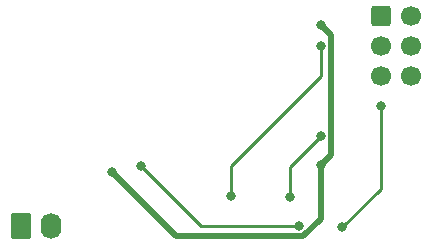
<source format=gbl>
G04 #@! TF.GenerationSoftware,KiCad,Pcbnew,7.0.10*
G04 #@! TF.CreationDate,2024-03-19T20:06:51-05:00*
G04 #@! TF.ProjectId,keychain,6b657963-6861-4696-9e2e-6b696361645f,rev?*
G04 #@! TF.SameCoordinates,Original*
G04 #@! TF.FileFunction,Copper,L2,Bot*
G04 #@! TF.FilePolarity,Positive*
%FSLAX46Y46*%
G04 Gerber Fmt 4.6, Leading zero omitted, Abs format (unit mm)*
G04 Created by KiCad (PCBNEW 7.0.10) date 2024-03-19 20:06:51*
%MOMM*%
%LPD*%
G01*
G04 APERTURE LIST*
G04 Aperture macros list*
%AMRoundRect*
0 Rectangle with rounded corners*
0 $1 Rounding radius*
0 $2 $3 $4 $5 $6 $7 $8 $9 X,Y pos of 4 corners*
0 Add a 4 corners polygon primitive as box body*
4,1,4,$2,$3,$4,$5,$6,$7,$8,$9,$2,$3,0*
0 Add four circle primitives for the rounded corners*
1,1,$1+$1,$2,$3*
1,1,$1+$1,$4,$5*
1,1,$1+$1,$6,$7*
1,1,$1+$1,$8,$9*
0 Add four rect primitives between the rounded corners*
20,1,$1+$1,$2,$3,$4,$5,0*
20,1,$1+$1,$4,$5,$6,$7,0*
20,1,$1+$1,$6,$7,$8,$9,0*
20,1,$1+$1,$8,$9,$2,$3,0*%
G04 Aperture macros list end*
G04 #@! TA.AperFunction,ComponentPad*
%ADD10RoundRect,0.250000X-0.620000X-0.845000X0.620000X-0.845000X0.620000X0.845000X-0.620000X0.845000X0*%
G04 #@! TD*
G04 #@! TA.AperFunction,ComponentPad*
%ADD11O,1.740000X2.190000*%
G04 #@! TD*
G04 #@! TA.AperFunction,ComponentPad*
%ADD12RoundRect,0.250000X-0.600000X-0.600000X0.600000X-0.600000X0.600000X0.600000X-0.600000X0.600000X0*%
G04 #@! TD*
G04 #@! TA.AperFunction,ComponentPad*
%ADD13C,1.700000*%
G04 #@! TD*
G04 #@! TA.AperFunction,ViaPad*
%ADD14C,0.800000*%
G04 #@! TD*
G04 #@! TA.AperFunction,Conductor*
%ADD15C,0.508000*%
G04 #@! TD*
G04 #@! TA.AperFunction,Conductor*
%ADD16C,0.254000*%
G04 #@! TD*
G04 APERTURE END LIST*
D10*
X114300000Y-76200000D03*
D11*
X116840000Y-76200000D03*
D12*
X144780000Y-58420000D03*
D13*
X147320000Y-58420000D03*
X144780000Y-60960000D03*
X147320000Y-60960000D03*
X144780000Y-63500000D03*
X147320000Y-63500000D03*
D14*
X139700000Y-71036000D03*
X122020000Y-71640000D03*
X139700000Y-71036000D03*
X139700000Y-59180000D03*
X141513000Y-76295199D03*
X144780000Y-66040000D03*
X137887000Y-76200000D03*
X124460000Y-71120000D03*
X139700000Y-68580000D03*
X137081065Y-73767000D03*
X132080000Y-73660000D03*
X139700000Y-60960000D03*
D15*
X139700000Y-71036000D02*
X139700000Y-75594739D01*
X140554000Y-60034000D02*
X139700000Y-59180000D01*
X138240739Y-77054000D02*
X127434000Y-77054000D01*
X139700000Y-75594739D02*
X138240739Y-77054000D01*
X127434000Y-77054000D02*
X122020000Y-71640000D01*
X140554000Y-70182000D02*
X140554000Y-60034000D01*
X139700000Y-71036000D02*
X140554000Y-70182000D01*
D16*
X137887000Y-76200000D02*
X129540000Y-76200000D01*
X144780000Y-73028199D02*
X144780000Y-66040000D01*
X129540000Y-76200000D02*
X124460000Y-71120000D01*
X141513000Y-76295199D02*
X144780000Y-73028199D01*
X139700000Y-68580000D02*
X137081065Y-71198935D01*
X137081065Y-71198935D02*
X137081065Y-73767000D01*
X139700000Y-60960000D02*
X139700000Y-63500000D01*
X139700000Y-63500000D02*
X132080000Y-71120000D01*
X132080000Y-71120000D02*
X132080000Y-73660000D01*
M02*

</source>
